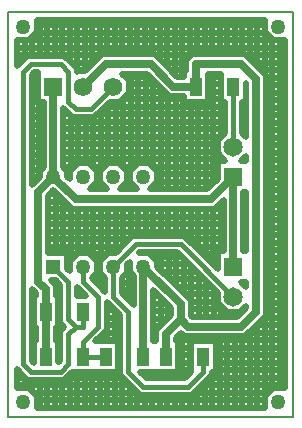
<source format=gbr>
G04 PROTEUS GERBER X2 FILE*
%TF.GenerationSoftware,Labcenter,Proteus,8.9-SP0-Build27865*%
%TF.CreationDate,2020-10-08T22:41:29+00:00*%
%TF.FileFunction,Copper,L2,Bot*%
%TF.FilePolarity,Positive*%
%TF.Part,Single*%
%TF.SameCoordinates,{0b1cd8f1-c089-4694-997e-405263033d43}*%
%FSLAX45Y45*%
%MOMM*%
G01*
%TA.AperFunction,Conductor*%
%ADD18C,0.381000*%
%ADD19C,0.635000*%
%TA.AperFunction,ViaPad*%
%ADD10C,1.270000*%
%TA.AperFunction,Conductor*%
%ADD70C,0.508000*%
%TA.AperFunction,ComponentPad*%
%ADD11R,1.270000X1.270000*%
%ADD12C,1.270000*%
%TA.AperFunction,WasherPad*%
%ADD13R,1.650000X1.650000*%
%TA.AperFunction,ComponentPad*%
%ADD14C,1.650000*%
%TA.AperFunction,SMDPad,CuDef*%
%ADD71R,1.016000X1.524000*%
%TA.AperFunction,WasherPad*%
%ADD15R,1.580000X1.580000*%
%TA.AperFunction,ComponentPad*%
%ADD16C,1.580000*%
%TA.AperFunction,Profile*%
%ADD17C,0.203200*%
%TD.AperFunction*%
D18*
X+1905000Y-889000D02*
X+1905000Y-381000D01*
X+635000Y-2667000D02*
X+828040Y-2667000D01*
X+635000Y-2667000D02*
X+635000Y-2540000D01*
X+762000Y-2413000D01*
X+762000Y-2159000D01*
X+635000Y-2032000D01*
X+635000Y-1905000D01*
X+889000Y-1905000D02*
X+1079500Y-1714500D01*
X+1460500Y-1714500D01*
X+1905000Y-2159000D01*
X+571500Y-2413000D02*
X+508000Y-2476500D01*
X+508000Y-2730500D01*
X+444500Y-2794000D01*
X+190500Y-2794000D01*
X+127000Y-2730500D01*
X+127000Y-254000D01*
X+190500Y-190500D01*
X+444500Y-190500D01*
X+508000Y-254000D01*
X+508000Y-508000D01*
X+571500Y-571500D01*
X+698500Y-571500D01*
X+889000Y-381000D01*
X+571500Y-2413000D02*
X+508000Y-2349500D01*
X+508000Y-2032000D01*
X+381000Y-1905000D01*
X+571500Y-2413000D02*
X+635000Y-2413000D01*
X+635000Y-2286000D01*
D19*
X+381000Y-1143000D02*
X+254000Y-1270000D01*
X+254000Y-2032000D01*
X+320040Y-2098040D01*
X+320040Y-2286000D01*
X+381000Y-1143000D02*
X+571500Y-1333500D01*
X+1714500Y-1333500D01*
X+1905000Y-1143000D01*
X+1905000Y-1905000D01*
X+320040Y-2286000D02*
X+320040Y-2667000D01*
X+381000Y-1143000D02*
X+381000Y-381000D01*
X+1590040Y-381000D02*
X+1590040Y-190500D01*
X+1968500Y-190500D01*
X+2095500Y-317500D01*
X+2095500Y-2286000D01*
X+1968500Y-2413000D01*
X+1524000Y-2413000D01*
X+1460500Y-2349500D01*
X+1143000Y-1905000D02*
X+1460500Y-2222500D01*
X+1460500Y-2349500D01*
X+1336040Y-2473960D01*
X+1336040Y-2667000D01*
X+1590040Y-381000D02*
X+1397000Y-381000D01*
X+1206500Y-190500D01*
X+825500Y-190500D01*
X+635000Y-381000D01*
X+1143000Y-1905000D02*
X+1143000Y-2667000D01*
D18*
X+889000Y-1905000D02*
X+889000Y-2159000D01*
X+1016000Y-2286000D01*
X+1016000Y-2794000D01*
X+1143000Y-2921000D01*
X+1524000Y-2921000D01*
X+1651000Y-2794000D01*
X+1651000Y-2667000D01*
D10*
X+127000Y+127000D03*
X+2286000Y+127000D03*
X+2286000Y-3048000D03*
X+127000Y-3048000D03*
D70*
X+238895Y-3101340D02*
X+2174105Y-3101340D01*
X+243839Y-3037840D02*
X+2169161Y-3037840D01*
X+218575Y-2974340D02*
X+1097560Y-2974340D01*
X+1569440Y-2974340D02*
X+2194425Y-2974340D01*
X+73660Y-2910840D02*
X+1034060Y-2910840D01*
X+1632940Y-2910840D02*
X+2339340Y-2910840D01*
X+73660Y-2847340D02*
X+145060Y-2847340D01*
X+489940Y-2847340D02*
X+970560Y-2847340D01*
X+1168120Y-2847340D02*
X+1498880Y-2847340D01*
X+1696440Y-2847340D02*
X+2339340Y-2847340D01*
X+73660Y-2783840D02*
X+81560Y-2783840D01*
X+932179Y-2783840D02*
X+946151Y-2783840D01*
X+1440179Y-2783840D02*
X+1546861Y-2783840D01*
X+1755139Y-2783840D02*
X+2339340Y-2783840D01*
X+932179Y-2720340D02*
X+946151Y-2720340D01*
X+1440179Y-2720340D02*
X+1546861Y-2720340D01*
X+1755139Y-2720340D02*
X+2339340Y-2720340D01*
X+932179Y-2656840D02*
X+946151Y-2656840D01*
X+1440179Y-2656840D02*
X+1546861Y-2656840D01*
X+1755139Y-2656840D02*
X+2339340Y-2656840D01*
X+932179Y-2593340D02*
X+946151Y-2593340D01*
X+1440179Y-2593340D02*
X+1546861Y-2593340D01*
X+1755139Y-2593340D02*
X+2339340Y-2593340D01*
X+743940Y-2529840D02*
X+946151Y-2529840D01*
X+1418588Y-2529840D02*
X+2339340Y-2529840D01*
X+807440Y-2466340D02*
X+946151Y-2466340D01*
X+1460400Y-2466340D02*
X+1460600Y-2466340D01*
X+2031900Y-2466340D02*
X+2339340Y-2466340D01*
X+831849Y-2402840D02*
X+946151Y-2402840D01*
X+2095400Y-2402840D02*
X+2339340Y-2402840D01*
X+831849Y-2339340D02*
X+946151Y-2339340D01*
X+2158900Y-2339340D02*
X+2339340Y-2339340D01*
X+831849Y-2275840D02*
X+907060Y-2275840D01*
X+2178049Y-2275840D02*
X+2339340Y-2275840D01*
X+831849Y-2212340D02*
X+843560Y-2212340D01*
X+2178049Y-2212340D02*
X+2339340Y-2212340D01*
X+2178049Y-2148840D02*
X+2339340Y-2148840D01*
X+2178049Y-2085340D02*
X+2339340Y-2085340D01*
X+2178049Y-2021840D02*
X+2339340Y-2021840D01*
X+2178049Y-1958340D02*
X+2339340Y-1958340D01*
X+2178049Y-1894840D02*
X+2339340Y-1894840D01*
X+2178049Y-1831340D02*
X+2339340Y-1831340D01*
X+2178049Y-1767840D02*
X+2339340Y-1767840D01*
X+2178049Y-1704340D02*
X+2339340Y-1704340D01*
X+2178049Y-1640840D02*
X+2339340Y-1640840D01*
X+2178049Y-1577340D02*
X+2339340Y-1577340D01*
X+2178049Y-1513840D02*
X+2339340Y-1513840D01*
X+2178049Y-1450340D02*
X+2339340Y-1450340D01*
X+2178049Y-1386840D02*
X+2339340Y-1386840D01*
X+2178049Y-1323340D02*
X+2339340Y-1323340D01*
X+2178049Y-1259840D02*
X+2339340Y-1259840D01*
X+2178049Y-1196340D02*
X+2339340Y-1196340D01*
X+2178049Y-1132840D02*
X+2339340Y-1132840D01*
X+2178049Y-1069340D02*
X+2339340Y-1069340D01*
X+2178049Y-1005840D02*
X+2339340Y-1005840D01*
X+2178049Y-942340D02*
X+2339340Y-942340D01*
X+2178049Y-878840D02*
X+2339340Y-878840D01*
X+2178049Y-815340D02*
X+2339340Y-815340D01*
X+2178049Y-751840D02*
X+2339340Y-751840D01*
X+2178049Y-688340D02*
X+2339340Y-688340D01*
X+2178049Y-624840D02*
X+2339340Y-624840D01*
X+2178049Y-561340D02*
X+2339340Y-561340D01*
X+2178049Y-497840D02*
X+2339340Y-497840D01*
X+2178049Y-434340D02*
X+2339340Y-434340D01*
X+2178049Y-370840D02*
X+2339340Y-370840D01*
X+2178049Y-307340D02*
X+2339340Y-307340D01*
X+577849Y-243840D02*
X+655420Y-243840D01*
X+1376580Y-243840D02*
X+1507491Y-243840D01*
X+2138580Y-243840D02*
X+2339340Y-243840D01*
X+73660Y-180340D02*
X+101880Y-180340D01*
X+533120Y-180340D02*
X+718920Y-180340D01*
X+1313080Y-180340D02*
X+1507491Y-180340D01*
X+2075080Y-180340D02*
X+2339340Y-180340D01*
X+73660Y-116840D02*
X+782420Y-116840D01*
X+1249580Y-116840D02*
X+1546960Y-116840D01*
X+2011580Y-116840D02*
X+2339340Y-116840D01*
X+73660Y-53340D02*
X+2339340Y-53340D01*
X+73660Y+10160D02*
X+2339340Y+10160D01*
X+238895Y+73660D02*
X+2174105Y+73660D01*
X+243839Y+137160D02*
X+2169161Y+137160D01*
X+238895Y+180340D02*
X+2174105Y+180340D01*
X+73660Y-2936105D02*
X+73660Y-2775940D01*
X+73660Y-208560D02*
X+73660Y+15105D01*
X+137160Y-2931161D02*
X+137160Y-2839440D01*
X+137160Y-145060D02*
X+137160Y+10161D01*
X+200660Y-2956425D02*
X+200660Y-2863849D01*
X+200660Y-120651D02*
X+200660Y+35425D01*
X+264160Y-3101340D02*
X+264160Y-2863849D01*
X+264160Y-120651D02*
X+264160Y+180340D01*
X+327660Y-3101340D02*
X+327660Y-2863849D01*
X+327660Y-120651D02*
X+327660Y+180340D01*
X+391160Y-3101340D02*
X+391160Y-2863849D01*
X+391160Y-120651D02*
X+391160Y+180340D01*
X+454660Y-3101340D02*
X+454660Y-2863849D01*
X+454660Y-120651D02*
X+454660Y+180340D01*
X+518160Y-3101340D02*
X+518160Y-2819120D01*
X+518160Y-165380D02*
X+518160Y+180340D01*
X+581660Y-3101340D02*
X+581660Y-2796539D01*
X+581660Y-251201D02*
X+581660Y+180340D01*
X+645160Y-3101340D02*
X+645160Y-2796539D01*
X+645160Y-251201D02*
X+645160Y+180340D01*
X+708660Y-3101340D02*
X+708660Y-2796539D01*
X+708660Y-190600D02*
X+708660Y+180340D01*
X+772160Y-3101340D02*
X+772160Y-2796539D01*
X+772160Y-2537461D02*
X+772160Y-2501620D01*
X+772160Y-127100D02*
X+772160Y+180340D01*
X+835660Y-3101340D02*
X+835660Y-2796539D01*
X+835660Y-2537461D02*
X+835660Y-2204440D01*
X+835660Y-107951D02*
X+835660Y+180340D01*
X+899160Y-3101340D02*
X+899160Y-2796539D01*
X+899160Y-2537461D02*
X+899160Y-2267940D01*
X+899160Y-107951D02*
X+899160Y+180340D01*
X+962660Y-3101340D02*
X+962660Y-2839440D01*
X+962660Y-107951D02*
X+962660Y+180340D01*
X+1026160Y-3101340D02*
X+1026160Y-2902940D01*
X+1026160Y-107951D02*
X+1026160Y+180340D01*
X+1089660Y-3101340D02*
X+1089660Y-2966440D01*
X+1089660Y-107951D02*
X+1089660Y+180340D01*
X+1153160Y-3101340D02*
X+1153160Y-2990849D01*
X+1153160Y-2832380D02*
X+1153160Y-2796539D01*
X+1153160Y-107951D02*
X+1153160Y+180340D01*
X+1216660Y-3101340D02*
X+1216660Y-2990849D01*
X+1216660Y-2851151D02*
X+1216660Y-2796539D01*
X+1216660Y-107951D02*
X+1216660Y+180340D01*
X+1280160Y-3101340D02*
X+1280160Y-2990849D01*
X+1280160Y-2851151D02*
X+1280160Y-2796539D01*
X+1280160Y-147420D02*
X+1280160Y+180340D01*
X+1343660Y-3101340D02*
X+1343660Y-2990849D01*
X+1343660Y-2851151D02*
X+1343660Y-2796539D01*
X+1343660Y-210920D02*
X+1343660Y+180340D01*
X+1407160Y-3101340D02*
X+1407160Y-2990849D01*
X+1407160Y-2851151D02*
X+1407160Y-2796539D01*
X+1407160Y-274420D02*
X+1407160Y+180340D01*
X+1470660Y-3101340D02*
X+1470660Y-2990849D01*
X+1470660Y-2851151D02*
X+1470660Y-2476400D01*
X+1470660Y-298452D02*
X+1470660Y+180340D01*
X+1534160Y-3101340D02*
X+1534160Y-2990849D01*
X+1534160Y-2812060D02*
X+1534160Y-2495549D01*
X+1534160Y-129640D02*
X+1534160Y+180340D01*
X+1597660Y-3101340D02*
X+1597660Y-2946120D01*
X+1597660Y-2537461D02*
X+1597660Y-2495549D01*
X+1597660Y-107951D02*
X+1597660Y+180340D01*
X+1661160Y-3101340D02*
X+1661160Y-2882620D01*
X+1661160Y-2537461D02*
X+1661160Y-2495549D01*
X+1661160Y-107951D02*
X+1661160Y+180340D01*
X+1724660Y-3101340D02*
X+1724660Y-2796539D01*
X+1724660Y-2537461D02*
X+1724660Y-2495549D01*
X+1724660Y-107951D02*
X+1724660Y+180340D01*
X+1788160Y-3101340D02*
X+1788160Y-2495549D01*
X+1788160Y-107951D02*
X+1788160Y+180340D01*
X+1851660Y-3101340D02*
X+1851660Y-2495549D01*
X+1851660Y-107951D02*
X+1851660Y+180340D01*
X+1915160Y-3101340D02*
X+1915160Y-2495549D01*
X+1915160Y-107951D02*
X+1915160Y+180340D01*
X+1978660Y-3101340D02*
X+1978660Y-2495549D01*
X+1978660Y-107951D02*
X+1978660Y+180340D01*
X+2042160Y-3101340D02*
X+2042160Y-2456080D01*
X+2042160Y-147420D02*
X+2042160Y+180340D01*
X+2105660Y-3101340D02*
X+2105660Y-2392580D01*
X+2105660Y-210920D02*
X+2105660Y+180340D01*
X+2169160Y-3101340D02*
X+2169160Y-2329080D01*
X+2169160Y-274420D02*
X+2169160Y+180340D01*
X+2232660Y-2936105D02*
X+2232660Y+15105D01*
X+2296160Y-2931161D02*
X+2296160Y+10161D01*
X+2339340Y-2936105D02*
X+2339340Y+15105D01*
X+2169161Y+175396D02*
X+2169161Y+78604D01*
X+2237604Y+10161D01*
X+2334396Y+10161D01*
X+2339340Y+15105D01*
X+2339340Y-2936105D01*
X+2334396Y-2931161D01*
X+2237604Y-2931161D01*
X+2169161Y-2999604D01*
X+2169161Y-3096396D01*
X+2174105Y-3101340D01*
X+238895Y-3101340D01*
X+243839Y-3096396D01*
X+243839Y-2999604D01*
X+175396Y-2931161D01*
X+78604Y-2931161D01*
X+73660Y-2936105D01*
X+73660Y-2775940D01*
X+161569Y-2863849D01*
X+473431Y-2863849D01*
X+540741Y-2796539D01*
X+932179Y-2796539D01*
X+932179Y-2537461D01*
X+736319Y-2537461D01*
X+831849Y-2441931D01*
X+831849Y-2200629D01*
X+946151Y-2314931D01*
X+946151Y-2822931D01*
X+1114069Y-2990849D01*
X+1552931Y-2990849D01*
X+1720849Y-2822931D01*
X+1720849Y-2796539D01*
X+1755139Y-2796539D01*
X+1755139Y-2537461D01*
X+1546861Y-2537461D01*
X+1546861Y-2796539D01*
X+1549681Y-2796539D01*
X+1495069Y-2851151D01*
X+1171931Y-2851151D01*
X+1117319Y-2796539D01*
X+1440179Y-2796539D01*
X+1440179Y-2537461D01*
X+1418588Y-2537461D01*
X+1418588Y-2508152D01*
X+1460500Y-2466240D01*
X+1489809Y-2495549D01*
X+2002691Y-2495549D01*
X+2178049Y-2320191D01*
X+2178049Y-283309D01*
X+2002691Y-107951D01*
X+1555849Y-107951D01*
X+1507491Y-156309D01*
X+1507491Y-251461D01*
X+1485901Y-251461D01*
X+1485901Y-298452D01*
X+1431192Y-298452D01*
X+1240691Y-107951D01*
X+791309Y-107951D01*
X+648059Y-251201D01*
X+581235Y-251201D01*
X+577849Y-254587D01*
X+577849Y-225069D01*
X+473431Y-120651D01*
X+161569Y-120651D01*
X+73660Y-208560D01*
X+73660Y+15105D01*
X+78604Y+10161D01*
X+175396Y+10161D01*
X+243839Y+78604D01*
X+243839Y+175396D01*
X+238895Y+180340D01*
X+2174105Y+180340D01*
X+2169161Y+175396D01*
X+692284Y-1250951D02*
X+831716Y-1250951D01*
X+946284Y-1250951D02*
X+1085716Y-1250951D01*
X+1200284Y-1250951D02*
X+1680309Y-1250951D01*
X+751839Y-1187451D02*
X+772161Y-1187451D01*
X+1005839Y-1187451D02*
X+1026161Y-1187451D01*
X+1259839Y-1187451D02*
X+1743809Y-1187451D01*
X+497839Y-1123951D02*
X+518161Y-1123951D01*
X+751839Y-1123951D02*
X+772161Y-1123951D01*
X+1005839Y-1123951D02*
X+1026161Y-1123951D01*
X+1259839Y-1123951D02*
X+1771701Y-1123951D01*
X+463686Y-1060451D02*
X+552314Y-1060451D01*
X+717686Y-1060451D02*
X+806314Y-1060451D01*
X+971686Y-1060451D02*
X+1060314Y-1060451D01*
X+1225686Y-1060451D02*
X+1771701Y-1060451D01*
X+463549Y-996951D02*
X+1824438Y-996951D01*
X+463549Y-933451D02*
X+1771701Y-933451D01*
X+463549Y-869951D02*
X+1771701Y-869951D01*
X+463549Y-806451D02*
X+1799036Y-806451D01*
X+463549Y-742951D02*
X+1835151Y-742951D01*
X+463549Y-679451D02*
X+1835151Y-679451D01*
X+463549Y-615951D02*
X+517171Y-615951D01*
X+752829Y-615951D02*
X+1835151Y-615951D01*
X+816329Y-552451D02*
X+1835151Y-552451D01*
X+964613Y-488951D02*
X+1485901Y-488951D01*
X+1694179Y-488951D02*
X+1800861Y-488951D01*
X+1018799Y-425451D02*
X+1324711Y-425451D01*
X+1694179Y-425451D02*
X+1800861Y-425451D01*
X+1018799Y-361951D02*
X+1261211Y-361951D01*
X+1694179Y-361951D02*
X+1800861Y-361951D01*
X+990015Y-298451D02*
X+1197711Y-298451D01*
X+1694179Y-298451D02*
X+1800861Y-298451D01*
X+964613Y-273049D02*
X+1172309Y-273049D01*
X+1694179Y-273049D02*
X+1800861Y-273049D01*
X+463549Y-1060314D02*
X+463549Y-562329D01*
X+527049Y-1085716D02*
X+527049Y-625829D01*
X+590549Y-1026161D02*
X+590549Y-641349D01*
X+654049Y-1026161D02*
X+654049Y-641349D01*
X+717549Y-1250951D02*
X+717549Y-1225686D01*
X+717549Y-1060314D02*
X+717549Y-641349D01*
X+781049Y-1250951D02*
X+781049Y-1200284D01*
X+781049Y-1085716D02*
X+781049Y-587731D01*
X+844549Y-1026161D02*
X+844549Y-524231D01*
X+908049Y-1026161D02*
X+908049Y-510799D01*
X+971549Y-1250951D02*
X+971549Y-1225686D01*
X+971549Y-1060314D02*
X+971549Y-482015D01*
X+971549Y-279985D02*
X+971549Y-273049D01*
X+1035049Y-1250951D02*
X+1035049Y-1200284D01*
X+1035049Y-1085716D02*
X+1035049Y-273049D01*
X+1098549Y-1026161D02*
X+1098549Y-273049D01*
X+1162049Y-1026161D02*
X+1162049Y-273049D01*
X+1225549Y-1250951D02*
X+1225549Y-1225686D01*
X+1225549Y-1060314D02*
X+1225549Y-326289D01*
X+1289049Y-1250951D02*
X+1289049Y-389789D01*
X+1352549Y-1250951D02*
X+1352549Y-453289D01*
X+1416049Y-1250951D02*
X+1416049Y-463548D01*
X+1479549Y-1250951D02*
X+1479549Y-463548D01*
X+1543049Y-1250951D02*
X+1543049Y-510539D01*
X+1606549Y-1250951D02*
X+1606549Y-510539D01*
X+1670049Y-1250951D02*
X+1670049Y-510539D01*
X+1733549Y-1197711D02*
X+1733549Y-273049D01*
X+1797049Y-1009701D02*
X+1797049Y-969562D01*
X+1797049Y-808438D02*
X+1797049Y-273049D01*
X+1837188Y-1009701D02*
X+1837188Y-1009701D01*
X+1800861Y-510539D02*
X+1835151Y-510539D01*
X+1835151Y-770336D01*
X+1771701Y-833786D01*
X+1771701Y-944214D01*
X+1837188Y-1009701D01*
X+1771701Y-1009701D01*
X+1771701Y-1159559D01*
X+1680309Y-1250951D01*
X+1200284Y-1250951D01*
X+1259839Y-1191396D01*
X+1259839Y-1094604D01*
X+1191396Y-1026161D01*
X+1094604Y-1026161D01*
X+1026161Y-1094604D01*
X+1026161Y-1191396D01*
X+1085716Y-1250951D01*
X+946284Y-1250951D01*
X+1005839Y-1191396D01*
X+1005839Y-1094604D01*
X+937396Y-1026161D01*
X+840604Y-1026161D01*
X+772161Y-1094604D01*
X+772161Y-1191396D01*
X+831716Y-1250951D01*
X+692284Y-1250951D01*
X+751839Y-1191396D01*
X+751839Y-1094604D01*
X+683396Y-1026161D01*
X+586604Y-1026161D01*
X+518161Y-1094604D01*
X+518161Y-1163421D01*
X+497839Y-1143099D01*
X+497839Y-1094604D01*
X+463549Y-1060314D01*
X+463549Y-562329D01*
X+542569Y-641349D01*
X+727431Y-641349D01*
X+857981Y-510799D01*
X+942765Y-510799D01*
X+1018799Y-434765D01*
X+1018799Y-327235D01*
X+964613Y-273049D01*
X+1172309Y-273049D01*
X+1362808Y-463548D01*
X+1485901Y-463548D01*
X+1485901Y-510539D01*
X+1694179Y-510539D01*
X+1694179Y-273049D01*
X+1800861Y-273049D01*
X+1800861Y-510539D01*
X+2012951Y-808438D02*
X+2012951Y-808438D01*
X+1974849Y-744938D02*
X+2012951Y-744938D01*
X+1974849Y-681438D02*
X+2012951Y-681438D01*
X+1974849Y-617938D02*
X+2012951Y-617938D01*
X+1974849Y-554438D02*
X+2012951Y-554438D01*
X+2009139Y-490938D02*
X+2012951Y-490938D01*
X+2009139Y-427438D02*
X+2012951Y-427438D01*
X+2009139Y-363938D02*
X+2012951Y-363938D01*
X+2009139Y-347879D02*
X+2009139Y-347879D01*
X+1974849Y-770336D02*
X+1974849Y-510539D01*
X+2012951Y-808438D02*
X+2012951Y-351691D01*
X+2012951Y-808438D01*
X+1974849Y-770336D01*
X+1974849Y-510539D01*
X+2009139Y-510539D01*
X+2009139Y-347879D01*
X+2012951Y-351691D01*
X+1972812Y-1009701D02*
X+2012951Y-1009701D01*
X+2012951Y-969562D02*
X+2012951Y-969562D01*
X+1972812Y-1009701D02*
X+1972812Y-1009701D01*
X+2012951Y-1009701D02*
X+2012951Y-969562D01*
X+2012951Y-1009701D02*
X+1972812Y-1009701D01*
X+2012951Y-969562D01*
X+2012951Y-1009701D01*
X+196849Y-1210411D02*
X+196849Y-1210411D01*
X+196849Y-1146911D02*
X+260349Y-1146911D01*
X+196849Y-1083411D02*
X+275354Y-1083411D01*
X+196849Y-1019911D02*
X+298451Y-1019911D01*
X+196849Y-956411D02*
X+298451Y-956411D01*
X+196849Y-892911D02*
X+298451Y-892911D01*
X+196849Y-829411D02*
X+298451Y-829411D01*
X+196849Y-765911D02*
X+298451Y-765911D01*
X+196849Y-702411D02*
X+298451Y-702411D01*
X+196849Y-638911D02*
X+298451Y-638911D01*
X+196849Y-575411D02*
X+298451Y-575411D01*
X+196849Y-511911D02*
X+298451Y-511911D01*
X+196849Y-448411D02*
X+251201Y-448411D01*
X+196849Y-384911D02*
X+251201Y-384911D01*
X+196849Y-321411D02*
X+251201Y-321411D01*
X+219431Y-260349D02*
X+251201Y-260349D01*
X+196849Y-1210411D02*
X+196849Y-282931D01*
X+260349Y-1146911D02*
X+260349Y-510799D01*
X+298451Y-1060314D02*
X+298451Y-510799D01*
X+251201Y-510799D02*
X+298451Y-510799D01*
X+298451Y-1060314D01*
X+264161Y-1094604D01*
X+264161Y-1143099D01*
X+196849Y-1210411D01*
X+196849Y-282931D01*
X+219431Y-260349D01*
X+251201Y-260349D01*
X+251201Y-510799D01*
X+1987549Y-1771701D02*
X+2012951Y-1771701D01*
X+1987549Y-1708201D02*
X+2012951Y-1708201D01*
X+1987549Y-1644701D02*
X+2012951Y-1644701D01*
X+1987549Y-1581201D02*
X+2012951Y-1581201D01*
X+1987549Y-1517701D02*
X+2012951Y-1517701D01*
X+1987549Y-1454201D02*
X+2012951Y-1454201D01*
X+1987549Y-1390701D02*
X+2012951Y-1390701D01*
X+1987549Y-1327201D02*
X+2012951Y-1327201D01*
X+1987549Y-1276299D02*
X+2012951Y-1276299D01*
X+1987549Y-1771701D02*
X+1987549Y-1276299D01*
X+2012951Y-1771701D02*
X+2012951Y-1276299D01*
X+2012951Y-1771701D02*
X+1987549Y-1771701D01*
X+1987549Y-1276299D01*
X+2012951Y-1276299D01*
X+2012951Y-1771701D01*
X+819151Y-2117371D02*
X+819151Y-2117371D01*
X+755651Y-2053871D02*
X+819151Y-2053871D01*
X+714864Y-1990371D02*
X+809136Y-1990371D01*
X+501651Y-1926871D02*
X+518161Y-1926871D01*
X+751839Y-1926871D02*
X+772161Y-1926871D01*
X+1771651Y-1926871D02*
X+1771701Y-1926871D01*
X+497839Y-1863371D02*
X+518161Y-1863371D01*
X+751839Y-1863371D02*
X+772161Y-1863371D01*
X+1708151Y-1863371D02*
X+1771701Y-1863371D01*
X+497839Y-1799871D02*
X+574894Y-1799871D01*
X+695106Y-1799871D02*
X+828894Y-1799871D01*
X+1644651Y-1799871D02*
X+1771701Y-1799871D01*
X+336549Y-1736371D02*
X+958849Y-1736371D01*
X+1581151Y-1736371D02*
X+1822451Y-1736371D01*
X+336549Y-1672871D02*
X+1022349Y-1672871D01*
X+1517651Y-1672871D02*
X+1822451Y-1672871D01*
X+336549Y-1609371D02*
X+1822451Y-1609371D01*
X+336549Y-1545871D02*
X+1822451Y-1545871D01*
X+336549Y-1482371D02*
X+1822451Y-1482371D01*
X+336549Y-1418871D02*
X+1822451Y-1418871D01*
X+336549Y-1355371D02*
X+476631Y-1355371D01*
X+1809369Y-1355371D02*
X+1822451Y-1355371D01*
X+348869Y-1291871D02*
X+413131Y-1291871D01*
X+380901Y-1259839D02*
X+381099Y-1259839D01*
X+336549Y-1788161D02*
X+336549Y-1304191D01*
X+400049Y-1788161D02*
X+400049Y-1278789D01*
X+463549Y-1788161D02*
X+463549Y-1342289D01*
X+527049Y-1847716D02*
X+527049Y-1405789D01*
X+590549Y-1788161D02*
X+590549Y-1416049D01*
X+654049Y-1788161D02*
X+654049Y-1416049D01*
X+717549Y-2015769D02*
X+717549Y-1987686D01*
X+717549Y-1822314D02*
X+717549Y-1416049D01*
X+781049Y-2079269D02*
X+781049Y-1962284D01*
X+781049Y-1847716D02*
X+781049Y-1416049D01*
X+844549Y-1788161D02*
X+844549Y-1416049D01*
X+908049Y-1787171D02*
X+908049Y-1416049D01*
X+971549Y-1723671D02*
X+971549Y-1416049D01*
X+1035049Y-1660171D02*
X+1035049Y-1416049D01*
X+1098549Y-1644651D02*
X+1098549Y-1416049D01*
X+1162049Y-1644651D02*
X+1162049Y-1416049D01*
X+1225549Y-1644651D02*
X+1225549Y-1416049D01*
X+1289049Y-1644651D02*
X+1289049Y-1416049D01*
X+1352549Y-1644651D02*
X+1352549Y-1416049D01*
X+1416049Y-1644651D02*
X+1416049Y-1416049D01*
X+1479549Y-1644651D02*
X+1479549Y-1416049D01*
X+1543049Y-1698269D02*
X+1543049Y-1416049D01*
X+1606549Y-1761769D02*
X+1606549Y-1416049D01*
X+1670049Y-1825269D02*
X+1670049Y-1416049D01*
X+1733549Y-1888769D02*
X+1733549Y-1416049D01*
X+1797049Y-1771701D02*
X+1797049Y-1367691D01*
X+1822451Y-1771701D02*
X+1822451Y-1342289D01*
X+513130Y-1391870D02*
X+537309Y-1416049D01*
X+1748691Y-1416049D01*
X+1822451Y-1342289D01*
X+1822451Y-1771701D01*
X+1771701Y-1771701D01*
X+1771701Y-1926921D01*
X+1489431Y-1644651D01*
X+1050569Y-1644651D01*
X+907059Y-1788161D01*
X+840604Y-1788161D01*
X+772161Y-1856604D01*
X+772161Y-1953396D01*
X+819151Y-2000386D01*
X+819151Y-2117371D01*
X+704849Y-2003069D01*
X+704849Y-2000386D01*
X+751839Y-1953396D01*
X+751839Y-1856604D01*
X+683396Y-1788161D01*
X+586604Y-1788161D01*
X+518161Y-1856604D01*
X+518161Y-1943381D01*
X+497839Y-1923059D01*
X+497839Y-1788161D01*
X+336549Y-1788161D01*
X+336549Y-1304191D01*
X+380901Y-1259839D01*
X+381099Y-1259839D01*
X+513130Y-1391870D01*
X+2012951Y-2078438D02*
X+2012951Y-2078438D01*
X+1972812Y-2038299D02*
X+2012951Y-2038299D01*
X+1972812Y-2038299D02*
X+1972812Y-2038299D01*
X+2012951Y-2078438D02*
X+2012951Y-2038299D01*
X+2012951Y-2078438D02*
X+1972812Y-2038299D01*
X+2012951Y-2038299D01*
X+2012951Y-2078438D01*
X+577849Y-2156461D02*
X+660681Y-2156461D01*
X+577849Y-2092961D02*
X+597181Y-2092961D01*
X+577849Y-2073629D02*
X+577849Y-2073629D01*
X+577849Y-2156461D02*
X+577849Y-2073629D01*
X+641349Y-2156461D02*
X+641349Y-2137129D01*
X+660681Y-2156461D02*
X+660681Y-2156461D01*
X+577849Y-2156461D01*
X+577849Y-2073629D01*
X+660681Y-2156461D01*
X+1060451Y-2231671D02*
X+1060451Y-2231671D01*
X+996951Y-2168171D02*
X+1060451Y-2168171D01*
X+958849Y-2104671D02*
X+1060451Y-2104671D01*
X+958849Y-2041171D02*
X+1060451Y-2041171D01*
X+981564Y-1977671D02*
X+1050436Y-1977671D01*
X+1005839Y-1914171D02*
X+1026161Y-1914171D01*
X+1026161Y-1866619D02*
X+1026161Y-1866619D01*
X+958849Y-2130069D02*
X+958849Y-2000386D01*
X+1022349Y-2193569D02*
X+1022349Y-1870431D01*
X+1060451Y-2231671D02*
X+1060451Y-1987686D01*
X+1026161Y-1953396D02*
X+1060451Y-1987686D01*
X+1060451Y-2231671D01*
X+958849Y-2130069D01*
X+958849Y-2000386D01*
X+1005839Y-1953396D01*
X+1005839Y-1886941D01*
X+1026161Y-1866619D01*
X+1026161Y-1953396D01*
X+1558191Y-2330451D02*
X+1934309Y-2330451D01*
X+1543049Y-2266951D02*
X+1824438Y-2266951D01*
X+1985562Y-2266951D02*
X+1997809Y-2266951D01*
X+1543049Y-2203451D02*
X+1771701Y-2203451D01*
X+1494691Y-2139951D02*
X+1771701Y-2139951D01*
X+1431191Y-2076451D02*
X+1723671Y-2076451D01*
X+1367691Y-2012951D02*
X+1660171Y-2012951D01*
X+1304191Y-1949451D02*
X+1596671Y-1949451D01*
X+1259839Y-1885951D02*
X+1533171Y-1885951D01*
X+1225686Y-1822451D02*
X+1469671Y-1822451D01*
X+1108431Y-1784349D02*
X+1431569Y-1784349D01*
X+1104619Y-1788161D02*
X+1104619Y-1788161D01*
X+1168119Y-1788161D02*
X+1168119Y-1784349D01*
X+1231619Y-1828384D02*
X+1231619Y-1784349D01*
X+1295119Y-1940379D02*
X+1295119Y-1784349D01*
X+1358619Y-2003879D02*
X+1358619Y-1784349D01*
X+1422119Y-2067379D02*
X+1422119Y-1784349D01*
X+1485619Y-2130879D02*
X+1485619Y-1838399D01*
X+1549119Y-2321379D02*
X+1549119Y-1901899D01*
X+1612619Y-2330451D02*
X+1612619Y-1965399D01*
X+1676119Y-2330451D02*
X+1676119Y-2028899D01*
X+1739619Y-2330451D02*
X+1739619Y-2092399D01*
X+1803119Y-2330451D02*
X+1803119Y-2245632D01*
X+1866619Y-2330451D02*
X+1866619Y-2292299D01*
X+1930119Y-2330451D02*
X+1930119Y-2292299D01*
X+1993619Y-2271141D02*
X+1993619Y-2258894D01*
X+2012951Y-2251809D02*
X+2012951Y-2239562D01*
X+1771701Y-2124481D02*
X+1771701Y-2214214D01*
X+1849786Y-2292299D01*
X+1960214Y-2292299D01*
X+2012951Y-2239562D01*
X+2012951Y-2251809D01*
X+1934309Y-2330451D01*
X+1558191Y-2330451D01*
X+1543049Y-2315309D01*
X+1543049Y-2188309D01*
X+1259839Y-1905099D01*
X+1259839Y-1856604D01*
X+1191396Y-1788161D01*
X+1104619Y-1788161D01*
X+1108431Y-1784349D01*
X+1431569Y-1784349D01*
X+1771701Y-2124481D01*
X+1225549Y-2537461D02*
X+1253492Y-2537461D01*
X+1225549Y-2473961D02*
X+1253492Y-2473961D01*
X+1225549Y-2410461D02*
X+1282799Y-2410461D01*
X+1225549Y-2346961D02*
X+1346299Y-2346961D01*
X+1225549Y-2283461D02*
X+1377951Y-2283461D01*
X+1225549Y-2219961D02*
X+1341221Y-2219961D01*
X+1225549Y-2156461D02*
X+1277721Y-2156461D01*
X+1225549Y-2104289D02*
X+1225549Y-2104289D01*
X+1225549Y-2537461D02*
X+1225549Y-2104289D01*
X+1289049Y-2404211D02*
X+1289049Y-2167789D01*
X+1352549Y-2340711D02*
X+1352549Y-2231289D01*
X+1377951Y-2315309D02*
X+1377951Y-2256691D01*
X+1377951Y-2315309D01*
X+1253492Y-2439768D01*
X+1253492Y-2537461D01*
X+1225549Y-2537461D01*
X+1225549Y-2104289D01*
X+1377951Y-2256691D01*
X+424179Y-2715541D02*
X+424179Y-2715541D01*
X+424179Y-2652041D02*
X+438151Y-2652041D01*
X+424179Y-2588541D02*
X+438151Y-2588541D01*
X+402589Y-2525041D02*
X+438151Y-2525041D01*
X+402589Y-2461541D02*
X+438151Y-2461541D01*
X+424179Y-2398041D02*
X+457761Y-2398041D01*
X+424179Y-2334541D02*
X+438151Y-2334541D01*
X+424179Y-2271041D02*
X+438151Y-2271041D01*
X+424179Y-2207541D02*
X+438151Y-2207541D01*
X+402589Y-2144041D02*
X+438151Y-2144041D01*
X+402589Y-2080541D02*
X+438151Y-2080541D01*
X+360579Y-2021839D02*
X+399059Y-2021839D01*
X+360579Y-2021839D02*
X+360579Y-2021839D01*
X+424079Y-2537461D02*
X+424079Y-2415539D01*
X+424079Y-2156461D02*
X+424079Y-2046859D01*
X+472720Y-2413000D02*
X+472720Y-2413000D01*
X+438151Y-2060931D02*
X+438151Y-2378431D01*
X+472720Y-2413000D01*
X+438151Y-2447569D01*
X+438151Y-2701569D01*
X+424179Y-2715541D01*
X+424179Y-2537461D01*
X+402589Y-2537461D01*
X+402589Y-2415539D01*
X+424179Y-2415539D01*
X+424179Y-2156461D01*
X+402589Y-2156461D01*
X+402589Y-2063849D01*
X+360579Y-2021839D01*
X+399059Y-2021839D01*
X+438151Y-2060931D01*
X+215901Y-2720621D02*
X+215901Y-2720621D01*
X+196849Y-2657121D02*
X+215901Y-2657121D01*
X+196849Y-2593621D02*
X+215901Y-2593621D01*
X+196849Y-2530121D02*
X+237491Y-2530121D01*
X+196849Y-2466621D02*
X+237491Y-2466621D01*
X+196849Y-2403121D02*
X+215901Y-2403121D01*
X+196849Y-2339621D02*
X+215901Y-2339621D01*
X+196849Y-2276121D02*
X+215901Y-2276121D01*
X+196849Y-2212621D02*
X+215901Y-2212621D01*
X+196849Y-2149121D02*
X+237491Y-2149121D01*
X+196849Y-2091589D02*
X+196849Y-2091589D01*
X+196849Y-2701569D02*
X+196849Y-2091589D01*
X+237491Y-2537461D02*
X+237491Y-2415539D01*
X+237491Y-2156461D02*
X+237491Y-2132231D01*
X+237491Y-2156461D01*
X+215901Y-2156461D01*
X+215901Y-2415539D01*
X+237491Y-2415539D01*
X+237491Y-2537461D01*
X+215901Y-2537461D01*
X+215901Y-2720621D01*
X+196849Y-2701569D01*
X+196849Y-2091589D01*
X+237491Y-2132231D01*
D11*
X+381000Y-1905000D03*
D12*
X+635000Y-1905000D03*
X+889000Y-1905000D03*
X+1143000Y-1905000D03*
X+1143000Y-1143000D03*
X+889000Y-1143000D03*
X+635000Y-1143000D03*
X+381000Y-1143000D03*
D13*
X+1905000Y-1143000D03*
D14*
X+1905000Y-889000D03*
D13*
X+1905000Y-1905000D03*
D14*
X+1905000Y-2159000D03*
D71*
X+1905000Y-381000D03*
X+1590040Y-381000D03*
X+320040Y-2667000D03*
X+635000Y-2667000D03*
X+828040Y-2667000D03*
X+1143000Y-2667000D03*
X+1651000Y-2667000D03*
X+1336040Y-2667000D03*
X+635000Y-2286000D03*
X+320040Y-2286000D03*
D15*
X+381000Y-381000D03*
D16*
X+635000Y-381000D03*
X+889000Y-381000D03*
D17*
X+0Y-3175000D02*
X+2413000Y-3175000D01*
X+2413000Y+254000D01*
X+0Y+254000D01*
X+0Y-3175000D01*
M02*

</source>
